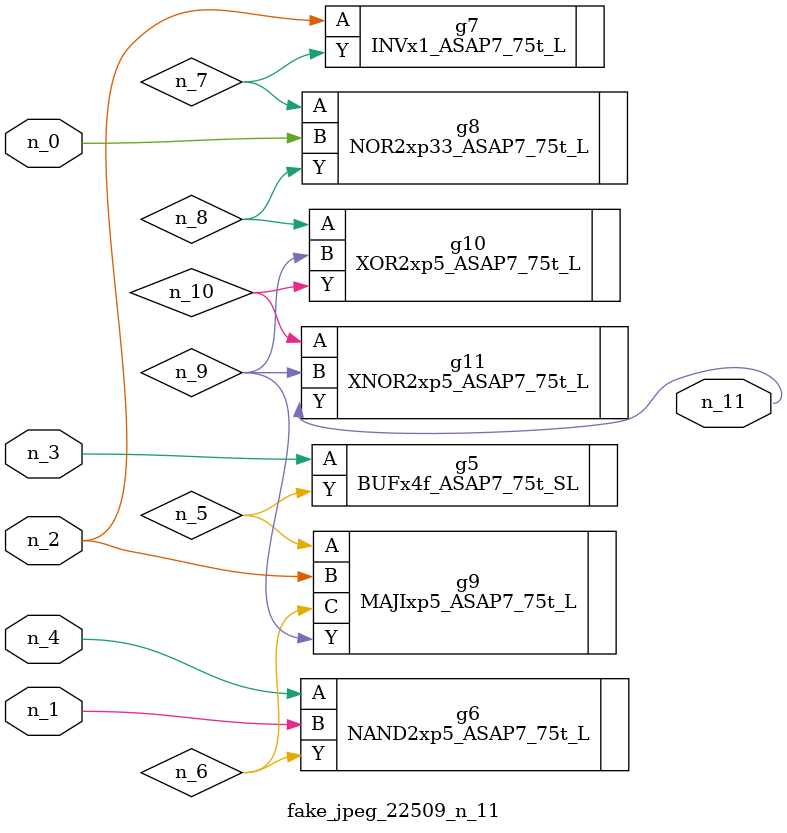
<source format=v>
module fake_jpeg_22509_n_11 (n_3, n_2, n_1, n_0, n_4, n_11);

input n_3;
input n_2;
input n_1;
input n_0;
input n_4;

output n_11;

wire n_10;
wire n_8;
wire n_9;
wire n_6;
wire n_5;
wire n_7;

BUFx4f_ASAP7_75t_SL g5 ( 
.A(n_3),
.Y(n_5)
);

NAND2xp5_ASAP7_75t_L g6 ( 
.A(n_4),
.B(n_1),
.Y(n_6)
);

INVx1_ASAP7_75t_L g7 ( 
.A(n_2),
.Y(n_7)
);

NOR2xp33_ASAP7_75t_L g8 ( 
.A(n_7),
.B(n_0),
.Y(n_8)
);

XOR2xp5_ASAP7_75t_L g10 ( 
.A(n_8),
.B(n_9),
.Y(n_10)
);

MAJIxp5_ASAP7_75t_L g9 ( 
.A(n_5),
.B(n_2),
.C(n_6),
.Y(n_9)
);

XNOR2xp5_ASAP7_75t_L g11 ( 
.A(n_10),
.B(n_9),
.Y(n_11)
);


endmodule
</source>
